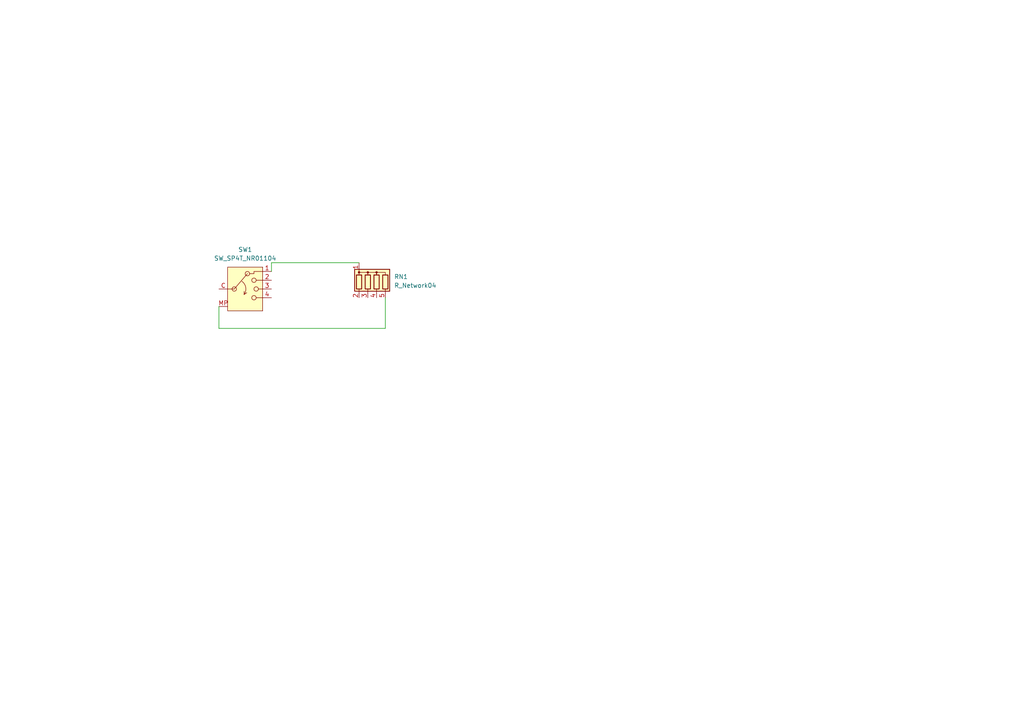
<source format=kicad_sch>
(kicad_sch (version 20250114) (generator "eeschema") (generator_version "9.0")
  (paper "A4")
  (lib_symbols
    (symbol "Device:R_Network04" (pin_names (offset 0) (hide yes))
      (property "Reference" "RN" (at -7.62 0 90))
      (property "Value" "R_Network04" (at 5.08 0 90))
      (symbol "R_Network04_0_1"
        (rectangle (start -6.35 -3.175) (end 3.81 3.175) (stroke (width 0.254)) (fill (type background)))
        (rectangle (start -5.842 1.524) (end -4.318 -2.54) (stroke (width 0.254)))
        (circle (center -5.08 2.286) (radius 0.254) (fill (type outline)))
        (polyline (pts (xy -5.08 1.524) (xy -5.08 2.286) (xy -2.54 2.286) (xy -2.54 1.524)))
        (polyline (pts (xy -5.08 -2.54) (xy -5.08 -3.81)))
        (rectangle (start -3.302 1.524) (end -1.778 -2.54) (stroke (width 0.254)))
        (circle (center -2.54 2.286) (radius 0.254) (fill (type outline)))
        (polyline (pts (xy -2.54 1.524) (xy -2.54 2.286) (xy 0 2.286) (xy 0 1.524)))
        (polyline (pts (xy -2.54 -2.54) (xy -2.54 -3.81)))
        (rectangle (start -0.762 1.524) (end 0.762 -2.54) (stroke (width 0.254)))
        (circle (center 0 2.286) (radius 0.254) (fill (type outline)))
        (polyline (pts (xy 0 1.524) (xy 0 2.286) (xy 2.54 2.286) (xy 2.54 1.524)))
        (polyline (pts (xy 0 -2.54) (xy 0 -3.81)))
        (rectangle (start 1.778 1.524) (end 3.302 -2.54) (stroke (width 0.254)))
        (polyline (pts (xy 2.54 -2.54) (xy 2.54 -3.81)))
      )
      (symbol "R_Network04_1_1"
        (pin passive line (at -5.08 5.08 270) (length 2.54) (name "common") (number "1"))
        (pin passive line (at -5.08 -5.08 90) (length 1.27) (name "R1") (number "2"))
        (pin passive line (at -2.54 -5.08 90) (length 1.27) (name "R2") (number "3"))
        (pin passive line (at 0 -5.08 90) (length 1.27) (name "R3") (number "4"))
        (pin passive line (at 2.54 -5.08 90) (length 1.27) (name "R4") (number "5"))
      )
    )
    (symbol "Switch:SW_SP4T_NR01104" (pin_names (hide yes))
      (property "Reference" "SW" (at 0 7.62 0))
      (property "Value" "SW_SP4T_NR01104" (at 0 -7.62 0))
      (symbol "SW_SP4T_NR01104_0_1"
        (polyline (pts (xy -5.08 0) (xy -3.175 0)))
        (circle (center -3.175 0) (radius 0.635))
        (polyline (pts (xy -3.175 0) (xy 0.635 4.445)))
        (arc (start -0.9526 2.2225) (mid 0.154 0.449) (end -0.3176 -1.5875))
        (polyline (pts (xy -0.3176 -1.5875) (xy -0.3176 -0.6985)))
        (polyline (pts (xy -0.3176 -1.5875) (xy -0.3176 -1.5875)))
        (polyline (pts (xy -0.3176 -1.5875) (xy 0.4444 -1.0795)))
        (polyline (pts (xy 0.3174 -1.5875) (xy 0.3174 -1.5875)))
        (circle (center 0.635 4.445) (radius 0.635))
        (circle (center 2.54 2.54) (radius 0.635))
        (circle (center 2.54 -2.54) (radius 0.635))
        (circle (center 3.175 0) (radius 0.635))
        (polyline (pts (xy 5.08 5.08) (xy 2.54 5.08) (xy 2.54 4.445) (xy 1.27 4.445)))
        (polyline (pts (xy 5.08 2.54) (xy 3.175 2.54)))
        (polyline (pts (xy 5.08 0) (xy 3.81 0)))
        (polyline (pts (xy 5.08 -2.54) (xy 3.175 -2.54)))
      )
      (symbol "SW_SP4T_NR01104_1_1"
        (polyline (pts (xy -5.08 6.35) (xy 5.08 6.35) (xy 5.08 -6.35) (xy -5.08 -6.35) (xy -5.08 6.35) (xy -5.08 6.35)) (fill (type background)))
        (pin passive line (at -7.62 0 0) (length 2.54) (name "Common") (number "C"))
        (pin passive line (at -7.62 -5.08 0) (length 2.54) (name "MP") (number "MP"))
        (pin no_connect line (at 5.08 -5.08 180) (length 0) (hide yes) (name "") (number "5"))
        (pin passive line (at 7.62 5.08 180) (length 2.54) (name "1") (number "1"))
        (pin passive line (at 7.62 2.54 180) (length 2.54) (name "2") (number "2"))
        (pin passive line (at 7.62 0 180) (length 2.54) (name "3") (number "3"))
        (pin passive line (at 7.62 -2.54 180) (length 2.54) (name "4") (number "4"))
      )
    )
  )
  (wire (pts (xy 111.76 86.36) (xy 111.76 95.25)))
  (wire (pts (xy 78.74 78.74) (xy 78.74 76.2)))
  (wire (pts (xy 111.76 95.25) (xy 63.5 95.25)))
  (wire (pts (xy 78.74 76.2) (xy 104.14 76.2)))
  (wire (pts (xy 63.5 95.25) (xy 63.5 88.9)))
  (symbol (lib_id "Switch:SW_SP4T_NR01104") (at 71.12 83.82 0) (unit 1)
    (property "Reference" "SW1" (at 71.12 72.39 0))
    (property "Value" "SW_SP4T_NR01104" (at 71.12 74.93 0))
    (property "Footprint" "Button_Switch_THT:SW_NKK_NR01" (effects (hide yes)))
    (property "Datasheet" "https://www.nkkswitches.com/pdf/NR01%20Rotaries.pdf" (effects (hide yes)))
    (property "Description" "NKK Switches NR01 Series rotary SP4T switch" (effects (hide yes)))
  )
  (symbol (lib_id "Device:R_Network04") (at 109.22 81.28 0) (unit 1)
    (property "Reference" "RN1" (at 114.3 80.2639 0) (effects (justify left)))
    (property "Value" "R_Network04" (at 114.3 82.8039 0) (effects (justify left)))
    (property "Footprint" "Resistor_THT:R_Array_SIP5" (effects (hide yes)))
    (property "Datasheet" "http://www.vishay.com/docs/31509/csc.pdf" (effects (hide yes)))
    (property "Description" "4 resistor network, star topology, bussed resistors, small symbol" (effects (hide yes)))
  )
)
</source>
